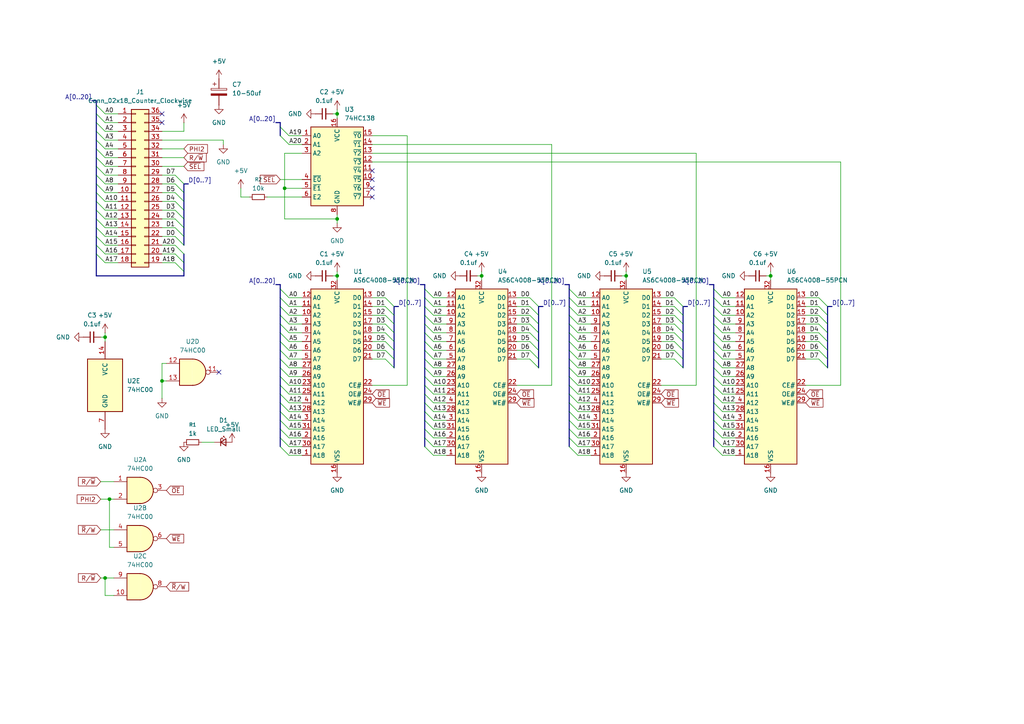
<source format=kicad_sch>
(kicad_sch (version 20250114) (generator "eeschema") (generator_version "9.0")
  (paper "A4")
  (junction (at 46.99 110.49))
  (junction (at 31.75 144.78))
  (junction (at 97.79 80.01))
  (junction (at 97.79 33.02))
  (junction (at 82.55 54.61))
  (junction (at 139.7 80.01))
  (junction (at 30.48 167.64))
  (junction (at 181.61 80.01))
  (junction (at 30.48 97.79))
  (junction (at 97.79 63.5))
  (junction (at 223.52 80.01))
  (no_connect (at 107.95 57.15))
  (no_connect (at 46.99 33.02))
  (no_connect (at 46.99 35.56))
  (no_connect (at 107.95 52.07))
  (no_connect (at 107.95 49.53))
  (no_connect (at 107.95 54.61))
  (no_connect (at 63.5 107.95))
  (bus_entry (at 81.28 114.3) (size 2.54 2.54))
  (bus_entry (at 165.1 88.9) (size 2.54 2.54))
  (bus_entry (at 53.34 78.74) (size -2.54 -2.54))
  (bus_entry (at 198.12 106.68) (size -2.54 -2.54))
  (bus_entry (at 53.34 63.5) (size -2.54 -2.54))
  (bus_entry (at 81.28 111.76) (size 2.54 2.54))
  (bus_entry (at 207.01 109.22) (size 2.54 2.54))
  (bus_entry (at 123.19 91.44) (size 2.54 2.54))
  (bus_entry (at 207.01 83.82) (size 2.54 2.54))
  (bus_entry (at 207.01 127) (size 2.54 2.54))
  (bus_entry (at 165.1 109.22) (size 2.54 2.54))
  (bus_entry (at 81.28 96.52) (size 2.54 2.54))
  (bus_entry (at 207.01 91.44) (size 2.54 2.54))
  (bus_entry (at 27.94 73.66) (size 2.54 2.54))
  (bus_entry (at 156.21 93.98) (size -2.54 -2.54))
  (bus_entry (at 123.19 119.38) (size 2.54 2.54))
  (bus_entry (at 156.21 104.14) (size -2.54 -2.54))
  (bus_entry (at 81.28 39.37) (size 2.54 2.54))
  (bus_entry (at 198.12 93.98) (size -2.54 -2.54))
  (bus_entry (at 207.01 88.9) (size 2.54 2.54))
  (bus_entry (at 165.1 99.06) (size 2.54 2.54))
  (bus_entry (at 165.1 116.84) (size 2.54 2.54))
  (bus_entry (at 27.94 68.58) (size 2.54 2.54))
  (bus_entry (at 165.1 93.98) (size 2.54 2.54))
  (bus_entry (at 53.34 58.42) (size -2.54 -2.54))
  (bus_entry (at 198.12 88.9) (size -2.54 -2.54))
  (bus_entry (at 27.94 50.8) (size 2.54 2.54))
  (bus_entry (at 81.28 93.98) (size 2.54 2.54))
  (bus_entry (at 165.1 111.76) (size 2.54 2.54))
  (bus_entry (at 123.19 93.98) (size 2.54 2.54))
  (bus_entry (at 165.1 104.14) (size 2.54 2.54))
  (bus_entry (at 53.34 68.58) (size -2.54 -2.54))
  (bus_entry (at 27.94 45.72) (size 2.54 2.54))
  (bus_entry (at 81.28 119.38) (size 2.54 2.54))
  (bus_entry (at 207.01 93.98) (size 2.54 2.54))
  (bus_entry (at 81.28 83.82) (size 2.54 2.54))
  (bus_entry (at 114.3 106.68) (size -2.54 -2.54))
  (bus_entry (at 27.94 66.04) (size 2.54 2.54))
  (bus_entry (at 240.03 104.14) (size -2.54 -2.54))
  (bus_entry (at 240.03 96.52) (size -2.54 -2.54))
  (bus_entry (at 207.01 121.92) (size 2.54 2.54))
  (bus_entry (at 53.34 73.66) (size -2.54 -2.54))
  (bus_entry (at 198.12 101.6) (size -2.54 -2.54))
  (bus_entry (at 27.94 60.96) (size 2.54 2.54))
  (bus_entry (at 81.28 124.46) (size 2.54 2.54))
  (bus_entry (at 165.1 91.44) (size 2.54 2.54))
  (bus_entry (at 207.01 104.14) (size 2.54 2.54))
  (bus_entry (at 114.3 96.52) (size -2.54 -2.54))
  (bus_entry (at 27.94 55.88) (size 2.54 2.54))
  (bus_entry (at 114.3 101.6) (size -2.54 -2.54))
  (bus_entry (at 123.19 116.84) (size 2.54 2.54))
  (bus_entry (at 123.19 104.14) (size 2.54 2.54))
  (bus_entry (at 165.1 86.36) (size 2.54 2.54))
  (bus_entry (at 123.19 106.68) (size 2.54 2.54))
  (bus_entry (at 114.3 93.98) (size -2.54 -2.54))
  (bus_entry (at 123.19 86.36) (size 2.54 2.54))
  (bus_entry (at 207.01 116.84) (size 2.54 2.54))
  (bus_entry (at 123.19 88.9) (size 2.54 2.54))
  (bus_entry (at 198.12 99.06) (size -2.54 -2.54))
  (bus_entry (at 165.1 129.54) (size 2.54 2.54))
  (bus_entry (at 198.12 91.44) (size -2.54 -2.54))
  (bus_entry (at 198.12 96.52) (size -2.54 -2.54))
  (bus_entry (at 165.1 124.46) (size 2.54 2.54))
  (bus_entry (at 114.3 88.9) (size -2.54 -2.54))
  (bus_entry (at 240.03 91.44) (size -2.54 -2.54))
  (bus_entry (at 240.03 106.68) (size -2.54 -2.54))
  (bus_entry (at 156.21 96.52) (size -2.54 -2.54))
  (bus_entry (at 114.3 99.06) (size -2.54 -2.54))
  (bus_entry (at 27.94 40.64) (size 2.54 2.54))
  (bus_entry (at 156.21 106.68) (size -2.54 -2.54))
  (bus_entry (at 165.1 127) (size 2.54 2.54))
  (bus_entry (at 27.94 30.48) (size 2.54 2.54))
  (bus_entry (at 123.19 101.6) (size 2.54 2.54))
  (bus_entry (at 165.1 96.52) (size 2.54 2.54))
  (bus_entry (at 81.28 86.36) (size 2.54 2.54))
  (bus_entry (at 53.34 60.96) (size -2.54 -2.54))
  (bus_entry (at 53.34 76.2) (size -2.54 -2.54))
  (bus_entry (at 53.34 53.34) (size -2.54 -2.54))
  (bus_entry (at 53.34 55.88) (size -2.54 -2.54))
  (bus_entry (at 27.94 71.12) (size 2.54 2.54))
  (bus_entry (at 81.28 121.92) (size 2.54 2.54))
  (bus_entry (at 207.01 124.46) (size 2.54 2.54))
  (bus_entry (at 81.28 109.22) (size 2.54 2.54))
  (bus_entry (at 81.28 104.14) (size 2.54 2.54))
  (bus_entry (at 53.34 71.12) (size -2.54 -2.54))
  (bus_entry (at 198.12 104.14) (size -2.54 -2.54))
  (bus_entry (at 240.03 93.98) (size -2.54 -2.54))
  (bus_entry (at 240.03 99.06) (size -2.54 -2.54))
  (bus_entry (at 207.01 114.3) (size 2.54 2.54))
  (bus_entry (at 114.3 91.44) (size -2.54 -2.54))
  (bus_entry (at 207.01 86.36) (size 2.54 2.54))
  (bus_entry (at 240.03 88.9) (size -2.54 -2.54))
  (bus_entry (at 123.19 99.06) (size 2.54 2.54))
  (bus_entry (at 53.34 66.04) (size -2.54 -2.54))
  (bus_entry (at 114.3 104.14) (size -2.54 -2.54))
  (bus_entry (at 27.94 38.1) (size 2.54 2.54))
  (bus_entry (at 123.19 121.92) (size 2.54 2.54))
  (bus_entry (at 165.1 106.68) (size 2.54 2.54))
  (bus_entry (at 156.21 99.06) (size -2.54 -2.54))
  (bus_entry (at 81.28 91.44) (size 2.54 2.54))
  (bus_entry (at 207.01 129.54) (size 2.54 2.54))
  (bus_entry (at 27.94 33.02) (size 2.54 2.54))
  (bus_entry (at 27.94 35.56) (size 2.54 2.54))
  (bus_entry (at 156.21 101.6) (size -2.54 -2.54))
  (bus_entry (at 207.01 111.76) (size 2.54 2.54))
  (bus_entry (at 81.28 101.6) (size 2.54 2.54))
  (bus_entry (at 27.94 63.5) (size 2.54 2.54))
  (bus_entry (at 81.28 127) (size 2.54 2.54))
  (bus_entry (at 207.01 101.6) (size 2.54 2.54))
  (bus_entry (at 207.01 119.38) (size 2.54 2.54))
  (bus_entry (at 207.01 96.52) (size 2.54 2.54))
  (bus_entry (at 123.19 129.54) (size 2.54 2.54))
  (bus_entry (at 81.28 88.9) (size 2.54 2.54))
  (bus_entry (at 165.1 114.3) (size 2.54 2.54))
  (bus_entry (at 123.19 127) (size 2.54 2.54))
  (bus_entry (at 207.01 106.68) (size 2.54 2.54))
  (bus_entry (at 123.19 109.22) (size 2.54 2.54))
  (bus_entry (at 123.19 124.46) (size 2.54 2.54))
  (bus_entry (at 156.21 91.44) (size -2.54 -2.54))
  (bus_entry (at 123.19 96.52) (size 2.54 2.54))
  (bus_entry (at 165.1 121.92) (size 2.54 2.54))
  (bus_entry (at 81.28 99.06) (size 2.54 2.54))
  (bus_entry (at 123.19 83.82) (size 2.54 2.54))
  (bus_entry (at 81.28 116.84) (size 2.54 2.54))
  (bus_entry (at 156.21 88.9) (size -2.54 -2.54))
  (bus_entry (at 81.28 106.68) (size 2.54 2.54))
  (bus_entry (at 27.94 53.34) (size 2.54 2.54))
  (bus_entry (at 123.19 111.76) (size 2.54 2.54))
  (bus_entry (at 27.94 43.18) (size 2.54 2.54))
  (bus_entry (at 165.1 83.82) (size 2.54 2.54))
  (bus_entry (at 240.03 101.6) (size -2.54 -2.54))
  (bus_entry (at 165.1 101.6) (size 2.54 2.54))
  (bus_entry (at 81.28 129.54) (size 2.54 2.54))
  (bus_entry (at 27.94 48.26) (size 2.54 2.54))
  (bus_entry (at 165.1 119.38) (size 2.54 2.54))
  (bus_entry (at 123.19 114.3) (size 2.54 2.54))
  (bus_entry (at 81.28 36.83) (size 2.54 2.54))
  (bus_entry (at 207.01 99.06) (size 2.54 2.54))
  (bus_entry (at 27.94 58.42) (size 2.54 2.54))
  (bus (pts (xy 81.28 99.06) (xy 81.28 101.6)))
  (wire (pts (xy 97.79 64.77) (xy 97.79 63.5)))
  (wire (pts (xy 30.48 50.8) (xy 34.29 50.8)))
  (bus (pts (xy 27.94 43.18) (xy 27.94 45.72)))
  (bus (pts (xy 81.28 39.37) (xy 81.28 36.83)))
  (bus (pts (xy 207.01 124.46) (xy 207.01 127)))
  (wire (pts (xy 50.8 55.88) (xy 46.99 55.88)))
  (wire (pts (xy 83.82 114.3) (xy 87.63 114.3)))
  (bus (pts (xy 123.19 111.76) (xy 123.19 114.3)))
  (bus (pts (xy 207.01 83.82) (xy 207.01 86.36)))
  (wire (pts (xy 30.48 63.5) (xy 34.29 63.5)))
  (wire (pts (xy 209.55 99.06) (xy 213.36 99.06)))
  (wire (pts (xy 46.99 73.66) (xy 50.8 73.66)))
  (bus (pts (xy 81.28 124.46) (xy 81.28 127)))
  (bus (pts (xy 81.28 35.56) (xy 80.01 35.56)))
  (wire (pts (xy 83.82 41.91) (xy 87.63 41.91)))
  (wire (pts (xy 195.58 99.06) (xy 191.77 99.06)))
  (bus (pts (xy 165.1 127) (xy 165.1 129.54)))
  (wire (pts (xy 167.64 86.36) (xy 171.45 86.36)))
  (bus (pts (xy 53.34 66.04) (xy 53.34 63.5)))
  (wire (pts (xy 209.55 109.22) (xy 213.36 109.22)))
  (wire (pts (xy 48.26 105.41) (xy 46.99 105.41)))
  (wire (pts (xy 201.93 44.45) (xy 201.93 111.76)))
  (bus (pts (xy 207.01 88.9) (xy 207.01 91.44)))
  (wire (pts (xy 125.73 104.14) (xy 129.54 104.14)))
  (bus (pts (xy 114.3 106.68) (xy 114.3 104.14)))
  (wire (pts (xy 209.55 111.76) (xy 213.36 111.76)))
  (bus (pts (xy 123.19 99.06) (xy 123.19 101.6)))
  (wire (pts (xy 83.82 132.08) (xy 87.63 132.08)))
  (wire (pts (xy 153.67 91.44) (xy 149.86 91.44)))
  (wire (pts (xy 83.82 88.9) (xy 87.63 88.9)))
  (bus (pts (xy 123.19 96.52) (xy 123.19 99.06)))
  (wire (pts (xy 83.82 129.54) (xy 87.63 129.54)))
  (wire (pts (xy 243.84 111.76) (xy 233.68 111.76)))
  (bus (pts (xy 165.1 101.6) (xy 165.1 104.14)))
  (bus (pts (xy 114.3 99.06) (xy 114.3 96.52)))
  (wire (pts (xy 107.95 39.37) (xy 118.11 39.37)))
  (wire (pts (xy 53.34 48.26) (xy 46.99 48.26)))
  (wire (pts (xy 125.73 86.36) (xy 129.54 86.36)))
  (wire (pts (xy 125.73 93.98) (xy 129.54 93.98)))
  (wire (pts (xy 125.73 124.46) (xy 129.54 124.46)))
  (wire (pts (xy 167.64 114.3) (xy 171.45 114.3)))
  (wire (pts (xy 209.55 93.98) (xy 213.36 93.98)))
  (bus (pts (xy 240.03 106.68) (xy 240.03 104.14)))
  (bus (pts (xy 53.34 78.74) (xy 53.34 80.01)))
  (wire (pts (xy 167.64 121.92) (xy 171.45 121.92)))
  (wire (pts (xy 46.99 115.57) (xy 46.99 110.49)))
  (bus (pts (xy 53.34 73.66) (xy 53.34 76.2)))
  (wire (pts (xy 111.76 96.52) (xy 107.95 96.52)))
  (wire (pts (xy 209.55 96.52) (xy 213.36 96.52)))
  (wire (pts (xy 139.7 80.01) (xy 139.7 81.28)))
  (wire (pts (xy 33.02 158.75) (xy 31.75 158.75)))
  (wire (pts (xy 195.58 101.6) (xy 191.77 101.6)))
  (wire (pts (xy 83.82 121.92) (xy 87.63 121.92)))
  (wire (pts (xy 209.55 116.84) (xy 213.36 116.84)))
  (wire (pts (xy 209.55 127) (xy 213.36 127)))
  (wire (pts (xy 125.73 119.38) (xy 129.54 119.38)))
  (bus (pts (xy 207.01 127) (xy 207.01 129.54)))
  (bus (pts (xy 27.94 38.1) (xy 27.94 40.64)))
  (wire (pts (xy 237.49 93.98) (xy 233.68 93.98)))
  (bus (pts (xy 81.28 104.14) (xy 81.28 106.68)))
  (wire (pts (xy 237.49 91.44) (xy 233.68 91.44)))
  (bus (pts (xy 123.19 104.14) (xy 123.19 106.68)))
  (wire (pts (xy 31.75 144.78) (xy 33.02 144.78)))
  (wire (pts (xy 30.48 35.56) (xy 34.29 35.56)))
  (bus (pts (xy 123.19 106.68) (xy 123.19 109.22)))
  (bus (pts (xy 81.28 83.82) (xy 81.28 82.55)))
  (wire (pts (xy 69.85 57.15) (xy 72.39 57.15)))
  (bus (pts (xy 207.01 104.14) (xy 207.01 106.68)))
  (bus (pts (xy 207.01 111.76) (xy 207.01 114.3)))
  (bus (pts (xy 156.21 106.68) (xy 156.21 104.14)))
  (wire (pts (xy 82.55 54.61) (xy 82.55 44.45)))
  (wire (pts (xy 118.11 39.37) (xy 118.11 111.76)))
  (wire (pts (xy 83.82 39.37) (xy 87.63 39.37)))
  (wire (pts (xy 30.48 60.96) (xy 34.29 60.96)))
  (bus (pts (xy 240.03 93.98) (xy 240.03 91.44)))
  (bus (pts (xy 165.1 114.3) (xy 165.1 116.84)))
  (wire (pts (xy 125.73 127) (xy 129.54 127)))
  (wire (pts (xy 167.64 127) (xy 171.45 127)))
  (wire (pts (xy 167.64 99.06) (xy 171.45 99.06)))
  (wire (pts (xy 107.95 46.99) (xy 243.84 46.99)))
  (bus (pts (xy 81.28 121.92) (xy 81.28 124.46)))
  (wire (pts (xy 83.82 124.46) (xy 87.63 124.46)))
  (wire (pts (xy 83.82 127) (xy 87.63 127)))
  (bus (pts (xy 114.3 104.14) (xy 114.3 101.6)))
  (bus (pts (xy 81.28 116.84) (xy 81.28 119.38)))
  (bus (pts (xy 53.34 58.42) (xy 53.34 55.88)))
  (bus (pts (xy 27.94 63.5) (xy 27.94 66.04)))
  (bus (pts (xy 240.03 99.06) (xy 240.03 96.52)))
  (bus (pts (xy 27.94 33.02) (xy 27.94 35.56)))
  (bus (pts (xy 207.01 109.22) (xy 207.01 111.76)))
  (bus (pts (xy 207.01 96.52) (xy 207.01 99.06)))
  (wire (pts (xy 237.49 101.6) (xy 233.68 101.6)))
  (bus (pts (xy 27.94 71.12) (xy 27.94 73.66)))
  (bus (pts (xy 81.28 91.44) (xy 81.28 93.98)))
  (bus (pts (xy 81.28 106.68) (xy 81.28 109.22)))
  (wire (pts (xy 83.82 111.76) (xy 87.63 111.76)))
  (wire (pts (xy 30.48 45.72) (xy 34.29 45.72)))
  (bus (pts (xy 27.94 58.42) (xy 27.94 60.96)))
  (wire (pts (xy 50.8 71.12) (xy 46.99 71.12)))
  (wire (pts (xy 50.8 63.5) (xy 46.99 63.5)))
  (bus (pts (xy 53.34 68.58) (xy 53.34 66.04)))
  (bus (pts (xy 27.94 40.64) (xy 27.94 43.18)))
  (wire (pts (xy 237.49 86.36) (xy 233.68 86.36)))
  (wire (pts (xy 195.58 86.36) (xy 191.77 86.36)))
  (bus (pts (xy 27.94 60.96) (xy 27.94 63.5)))
  (bus (pts (xy 123.19 93.98) (xy 123.19 96.52)))
  (bus (pts (xy 114.3 88.9) (xy 115.57 88.9)))
  (bus (pts (xy 198.12 96.52) (xy 198.12 93.98)))
  (wire (pts (xy 29.21 144.78) (xy 31.75 144.78)))
  (wire (pts (xy 125.73 101.6) (xy 129.54 101.6)))
  (wire (pts (xy 167.64 96.52) (xy 171.45 96.52)))
  (wire (pts (xy 195.58 88.9) (xy 191.77 88.9)))
  (wire (pts (xy 209.55 132.08) (xy 213.36 132.08)))
  (wire (pts (xy 111.76 99.06) (xy 107.95 99.06)))
  (bus (pts (xy 27.94 35.56) (xy 27.94 38.1)))
  (wire (pts (xy 243.84 46.99) (xy 243.84 111.76)))
  (bus (pts (xy 81.28 109.22) (xy 81.28 111.76)))
  (bus (pts (xy 123.19 83.82) (xy 123.19 82.55)))
  (wire (pts (xy 30.48 96.52) (xy 30.48 97.79)))
  (wire (pts (xy 125.73 121.92) (xy 129.54 121.92)))
  (wire (pts (xy 167.64 93.98) (xy 171.45 93.98)))
  (bus (pts (xy 27.94 45.72) (xy 27.94 48.26)))
  (bus (pts (xy 27.94 68.58) (xy 27.94 71.12)))
  (bus (pts (xy 53.34 63.5) (xy 53.34 60.96)))
  (bus (pts (xy 156.21 88.9) (xy 157.48 88.9)))
  (wire (pts (xy 160.02 111.76) (xy 149.86 111.76)))
  (bus (pts (xy 165.1 96.52) (xy 165.1 99.06)))
  (wire (pts (xy 30.48 68.58) (xy 34.29 68.58)))
  (wire (pts (xy 46.99 38.1) (xy 53.34 38.1)))
  (wire (pts (xy 167.64 116.84) (xy 171.45 116.84)))
  (wire (pts (xy 138.43 80.01) (xy 139.7 80.01)))
  (bus (pts (xy 53.34 60.96) (xy 53.34 58.42)))
  (bus (pts (xy 240.03 91.44) (xy 240.03 88.9)))
  (wire (pts (xy 69.85 54.61) (xy 69.85 57.15)))
  (wire (pts (xy 209.55 88.9) (xy 213.36 88.9)))
  (wire (pts (xy 83.82 104.14) (xy 87.63 104.14)))
  (wire (pts (xy 111.76 101.6) (xy 107.95 101.6)))
  (wire (pts (xy 97.79 33.02) (xy 97.79 34.29)))
  (bus (pts (xy 81.28 36.83) (xy 81.28 35.56)))
  (wire (pts (xy 209.55 104.14) (xy 213.36 104.14)))
  (wire (pts (xy 83.82 109.22) (xy 87.63 109.22)))
  (wire (pts (xy 181.61 80.01) (xy 181.61 81.28)))
  (bus (pts (xy 165.1 91.44) (xy 165.1 93.98)))
  (wire (pts (xy 195.58 91.44) (xy 191.77 91.44)))
  (bus (pts (xy 123.19 88.9) (xy 123.19 91.44)))
  (wire (pts (xy 83.82 101.6) (xy 87.63 101.6)))
  (bus (pts (xy 207.01 119.38) (xy 207.01 121.92)))
  (wire (pts (xy 97.79 78.74) (xy 97.79 80.01)))
  (wire (pts (xy 82.55 44.45) (xy 87.63 44.45)))
  (wire (pts (xy 153.67 96.52) (xy 149.86 96.52)))
  (wire (pts (xy 209.55 129.54) (xy 213.36 129.54)))
  (bus (pts (xy 81.28 127) (xy 81.28 129.54)))
  (wire (pts (xy 30.48 53.34) (xy 34.29 53.34)))
  (bus (pts (xy 81.28 88.9) (xy 81.28 91.44)))
  (bus (pts (xy 123.19 82.55) (xy 121.92 82.55)))
  (wire (pts (xy 125.73 114.3) (xy 129.54 114.3)))
  (bus (pts (xy 240.03 104.14) (xy 240.03 101.6)))
  (bus (pts (xy 27.94 29.21) (xy 26.67 29.21)))
  (wire (pts (xy 83.82 96.52) (xy 87.63 96.52)))
  (bus (pts (xy 156.21 96.52) (xy 156.21 93.98)))
  (bus (pts (xy 240.03 88.9) (xy 241.3 88.9)))
  (bus (pts (xy 123.19 127) (xy 123.19 129.54)))
  (bus (pts (xy 198.12 91.44) (xy 198.12 88.9)))
  (wire (pts (xy 195.58 104.14) (xy 191.77 104.14)))
  (bus (pts (xy 156.21 91.44) (xy 156.21 88.9)))
  (wire (pts (xy 46.99 43.18) (xy 53.34 43.18)))
  (wire (pts (xy 33.02 172.72) (xy 30.48 172.72)))
  (wire (pts (xy 153.67 104.14) (xy 149.86 104.14)))
  (bus (pts (xy 123.19 114.3) (xy 123.19 116.84)))
  (wire (pts (xy 209.55 124.46) (xy 213.36 124.46)))
  (wire (pts (xy 167.64 88.9) (xy 171.45 88.9)))
  (bus (pts (xy 207.01 93.98) (xy 207.01 96.52)))
  (wire (pts (xy 111.76 91.44) (xy 107.95 91.44)))
  (wire (pts (xy 30.48 73.66) (xy 34.29 73.66)))
  (wire (pts (xy 167.64 132.08) (xy 171.45 132.08)))
  (bus (pts (xy 123.19 119.38) (xy 123.19 121.92)))
  (bus (pts (xy 207.01 86.36) (xy 207.01 88.9)))
  (wire (pts (xy 125.73 96.52) (xy 129.54 96.52)))
  (wire (pts (xy 167.64 101.6) (xy 171.45 101.6)))
  (bus (pts (xy 81.28 82.55) (xy 80.01 82.55)))
  (wire (pts (xy 111.76 104.14) (xy 107.95 104.14)))
  (bus (pts (xy 156.21 93.98) (xy 156.21 91.44)))
  (wire (pts (xy 222.25 80.01) (xy 223.52 80.01)))
  (wire (pts (xy 167.64 109.22) (xy 171.45 109.22)))
  (wire (pts (xy 167.64 111.76) (xy 171.45 111.76)))
  (wire (pts (xy 50.8 50.8) (xy 46.99 50.8)))
  (wire (pts (xy 167.64 119.38) (xy 171.45 119.38)))
  (wire (pts (xy 153.67 93.98) (xy 149.86 93.98)))
  (wire (pts (xy 107.95 44.45) (xy 201.93 44.45)))
  (wire (pts (xy 125.73 116.84) (xy 129.54 116.84)))
  (bus (pts (xy 81.28 119.38) (xy 81.28 121.92)))
  (wire (pts (xy 107.95 41.91) (xy 160.02 41.91)))
  (bus (pts (xy 165.1 121.92) (xy 165.1 124.46)))
  (bus (pts (xy 198.12 88.9) (xy 199.39 88.9)))
  (bus (pts (xy 81.28 101.6) (xy 81.28 104.14)))
  (bus (pts (xy 53.34 76.2) (xy 53.34 78.74)))
  (wire (pts (xy 118.11 111.76) (xy 107.95 111.76)))
  (bus (pts (xy 207.01 121.92) (xy 207.01 124.46)))
  (wire (pts (xy 82.55 63.5) (xy 97.79 63.5)))
  (wire (pts (xy 81.28 52.07) (xy 87.63 52.07)))
  (wire (pts (xy 30.48 66.04) (xy 34.29 66.04)))
  (wire (pts (xy 167.64 104.14) (xy 171.45 104.14)))
  (wire (pts (xy 125.73 99.06) (xy 129.54 99.06)))
  (wire (pts (xy 30.48 40.64) (xy 34.29 40.64)))
  (bus (pts (xy 207.01 101.6) (xy 207.01 104.14)))
  (wire (pts (xy 30.48 97.79) (xy 30.48 99.06)))
  (wire (pts (xy 50.8 58.42) (xy 46.99 58.42)))
  (bus (pts (xy 165.1 119.38) (xy 165.1 121.92)))
  (bus (pts (xy 123.19 116.84) (xy 123.19 119.38)))
  (bus (pts (xy 198.12 104.14) (xy 198.12 101.6)))
  (bus (pts (xy 165.1 99.06) (xy 165.1 101.6)))
  (bus (pts (xy 165.1 88.9) (xy 165.1 91.44)))
  (wire (pts (xy 237.49 88.9) (xy 233.68 88.9)))
  (bus (pts (xy 198.12 101.6) (xy 198.12 99.06)))
  (wire (pts (xy 96.52 33.02) (xy 97.79 33.02)))
  (wire (pts (xy 64.77 40.64) (xy 64.77 41.91)))
  (wire (pts (xy 209.55 86.36) (xy 213.36 86.36)))
  (bus (pts (xy 198.12 106.68) (xy 198.12 104.14)))
  (wire (pts (xy 125.73 129.54) (xy 129.54 129.54)))
  (wire (pts (xy 237.49 104.14) (xy 233.68 104.14)))
  (bus (pts (xy 114.3 91.44) (xy 114.3 88.9)))
  (wire (pts (xy 125.73 91.44) (xy 129.54 91.44)))
  (wire (pts (xy 97.79 31.75) (xy 97.79 33.02)))
  (wire (pts (xy 167.64 129.54) (xy 171.45 129.54)))
  (wire (pts (xy 125.73 132.08) (xy 129.54 132.08)))
  (wire (pts (xy 83.82 86.36) (xy 87.63 86.36)))
  (bus (pts (xy 81.28 96.52) (xy 81.28 99.06)))
  (bus (pts (xy 53.34 53.34) (xy 54.61 53.34)))
  (bus (pts (xy 165.1 116.84) (xy 165.1 119.38)))
  (bus (pts (xy 27.94 66.04) (xy 27.94 68.58)))
  (wire (pts (xy 125.73 109.22) (xy 129.54 109.22)))
  (wire (pts (xy 30.48 76.2) (xy 34.29 76.2)))
  (bus (pts (xy 165.1 83.82) (xy 165.1 82.55)))
  (bus (pts (xy 123.19 124.46) (xy 123.19 127)))
  (wire (pts (xy 46.99 40.64) (xy 64.77 40.64)))
  (bus (pts (xy 81.28 86.36) (xy 81.28 88.9)))
  (bus (pts (xy 123.19 91.44) (xy 123.19 93.98)))
  (bus (pts (xy 207.01 99.06) (xy 207.01 101.6)))
  (bus (pts (xy 165.1 93.98) (xy 165.1 96.52)))
  (bus (pts (xy 27.94 80.01) (xy 53.34 80.01)))
  (wire (pts (xy 167.64 124.46) (xy 171.45 124.46)))
  (bus (pts (xy 240.03 96.52) (xy 240.03 93.98)))
  (wire (pts (xy 153.67 101.6) (xy 149.86 101.6)))
  (wire (pts (xy 46.99 45.72) (xy 53.34 45.72)))
  (wire (pts (xy 125.73 106.68) (xy 129.54 106.68)))
  (wire (pts (xy 58.42 128.27) (xy 62.23 128.27)))
  (wire (pts (xy 223.52 80.01) (xy 223.52 81.28)))
  (wire (pts (xy 30.48 172.72) (xy 30.48 167.64)))
  (bus (pts (xy 207.01 114.3) (xy 207.01 116.84)))
  (wire (pts (xy 180.34 80.01) (xy 181.61 80.01)))
  (bus (pts (xy 123.19 83.82) (xy 123.19 86.36)))
  (wire (pts (xy 30.48 71.12) (xy 34.29 71.12)))
  (wire (pts (xy 50.8 76.2) (xy 46.99 76.2)))
  (wire (pts (xy 77.47 57.15) (xy 87.63 57.15)))
  (bus (pts (xy 165.1 124.46) (xy 165.1 127)))
  (wire (pts (xy 30.48 38.1) (xy 34.29 38.1)))
  (wire (pts (xy 30.48 167.64) (xy 33.02 167.64)))
  (wire (pts (xy 209.55 114.3) (xy 213.36 114.3)))
  (wire (pts (xy 209.55 91.44) (xy 213.36 91.44)))
  (wire (pts (xy 30.48 55.88) (xy 34.29 55.88)))
  (bus (pts (xy 27.94 53.34) (xy 27.94 55.88)))
  (bus (pts (xy 165.1 109.22) (xy 165.1 111.76)))
  (wire (pts (xy 82.55 54.61) (xy 82.55 63.5)))
  (bus (pts (xy 207.01 83.82) (xy 207.01 82.55)))
  (wire (pts (xy 30.48 48.26) (xy 34.29 48.26)))
  (bus (pts (xy 27.94 73.66) (xy 27.94 80.01)))
  (bus (pts (xy 123.19 101.6) (xy 123.19 104.14)))
  (wire (pts (xy 50.8 66.04) (xy 46.99 66.04)))
  (bus (pts (xy 165.1 86.36) (xy 165.1 88.9)))
  (bus (pts (xy 53.34 71.12) (xy 53.34 68.58)))
  (wire (pts (xy 125.73 111.76) (xy 129.54 111.76)))
  (bus (pts (xy 81.28 114.3) (xy 81.28 116.84)))
  (wire (pts (xy 139.7 78.74) (xy 139.7 80.01)))
  (wire (pts (xy 29.21 97.79) (xy 30.48 97.79)))
  (bus (pts (xy 81.28 111.76) (xy 81.28 114.3)))
  (wire (pts (xy 29.21 139.7) (xy 33.02 139.7)))
  (bus (pts (xy 123.19 109.22) (xy 123.19 111.76)))
  (bus (pts (xy 53.34 55.88) (xy 53.34 53.34)))
  (bus (pts (xy 156.21 101.6) (xy 156.21 99.06)))
  (bus (pts (xy 198.12 99.06) (xy 198.12 96.52)))
  (wire (pts (xy 201.93 111.76) (xy 191.77 111.76)))
  (wire (pts (xy 209.55 119.38) (xy 213.36 119.38)))
  (wire (pts (xy 111.76 88.9) (xy 107.95 88.9)))
  (wire (pts (xy 209.55 101.6) (xy 213.36 101.6)))
  (wire (pts (xy 53.34 38.1) (xy 53.34 35.56)))
  (bus (pts (xy 165.1 104.14) (xy 165.1 106.68)))
  (wire (pts (xy 111.76 93.98) (xy 107.95 93.98)))
  (bus (pts (xy 165.1 106.68) (xy 165.1 109.22)))
  (wire (pts (xy 30.48 58.42) (xy 34.29 58.42)))
  (bus (pts (xy 81.28 83.82) (xy 81.28 86.36)))
  (wire (pts (xy 223.52 78.74) (xy 223.52 80.01)))
  (bus (pts (xy 165.1 83.82) (xy 165.1 86.36)))
  (wire (pts (xy 153.67 86.36) (xy 149.86 86.36)))
  (wire (pts (xy 209.55 121.92) (xy 213.36 121.92)))
  (bus (pts (xy 27.94 50.8) (xy 27.94 53.34)))
  (wire (pts (xy 50.8 53.34) (xy 46.99 53.34)))
  (bus (pts (xy 114.3 93.98) (xy 114.3 91.44)))
  (wire (pts (xy 195.58 96.52) (xy 191.77 96.52)))
  (wire (pts (xy 181.61 78.74) (xy 181.61 80.01)))
  (bus (pts (xy 165.1 82.55) (xy 163.83 82.55)))
  (wire (pts (xy 237.49 99.06) (xy 233.68 99.06)))
  (bus (pts (xy 165.1 111.76) (xy 165.1 114.3)))
  (wire (pts (xy 209.55 106.68) (xy 213.36 106.68)))
  (wire (pts (xy 30.48 33.02) (xy 34.29 33.02)))
  (bus (pts (xy 27.94 30.48) (xy 27.94 33.02)))
  (wire (pts (xy 97.79 63.5) (xy 97.79 62.23)))
  (wire (pts (xy 46.99 110.49) (xy 48.26 110.49)))
  (bus (pts (xy 207.01 91.44) (xy 207.01 93.98)))
  (wire (pts (xy 30.48 43.18) (xy 34.29 43.18)))
  (bus (pts (xy 207.01 106.68) (xy 207.01 109.22)))
  (wire (pts (xy 97.79 80.01) (xy 97.79 81.28)))
  (wire (pts (xy 83.82 99.06) (xy 87.63 99.06)))
  (wire (pts (xy 50.8 68.58) (xy 46.99 68.58)))
  (wire (pts (xy 111.76 86.36) (xy 107.95 86.36)))
  (wire (pts (xy 46.99 105.41) (xy 46.99 110.49)))
  (wire (pts (xy 167.64 91.44) (xy 171.45 91.44)))
  (wire (pts (xy 237.49 96.52) (xy 233.68 96.52)))
  (wire (pts (xy 96.52 80.01) (xy 97.79 80.01)))
  (wire (pts (xy 83.82 119.38) (xy 87.63 119.38)))
  (bus (pts (xy 198.12 93.98) (xy 198.12 91.44)))
  (bus (pts (xy 156.21 99.06) (xy 156.21 96.52)))
  (wire (pts (xy 83.82 106.68) (xy 87.63 106.68)))
  (bus (pts (xy 123.19 121.92) (xy 123.19 124.46)))
  (bus (pts (xy 27.94 48.26) (xy 27.94 50.8)))
  (bus (pts (xy 114.3 101.6) (xy 114.3 99.06)))
  (bus (pts (xy 240.03 101.6) (xy 240.03 99.06)))
  (wire (pts (xy 29.21 167.64) (xy 30.48 167.64)))
  (bus (pts (xy 27.94 55.88) (xy 27.94 58.42)))
  (bus (pts (xy 123.19 86.36) (xy 123.19 88.9)))
  (wire (pts (xy 29.21 153.67) (xy 33.02 153.67)))
  (bus (pts (xy 114.3 96.52) (xy 114.3 93.98)))
  (bus (pts (xy 207.01 116.84) (xy 207.01 119.38)))
  (wire (pts (xy 50.8 60.96) (xy 46.99 60.96)))
  (wire (pts (xy 153.67 99.06) (xy 149.86 99.06)))
  (wire (pts (xy 153.67 88.9) (xy 149.86 88.9)))
  (wire (pts (xy 83.82 93.98) (xy 87.63 93.98)))
  (wire (pts (xy 160.02 41.91) (xy 160.02 111.76)))
  (bus (pts (xy 156.21 104.14) (xy 156.21 101.6)))
  (wire (pts (xy 83.82 91.44) (xy 87.63 91.44)))
  (wire (pts (xy 83.82 116.84) (xy 87.63 116.84)))
  (bus (pts (xy 27.94 30.48) (xy 27.94 29.21)))
  (wire (pts (xy 167.64 106.68) (xy 171.45 106.68)))
  (wire (pts (xy 87.63 54.61) (xy 82.55 54.61)))
  (wire (pts (xy 195.58 93.98) (xy 191.77 93.98)))
  (bus (pts (xy 81.28 93.98) (xy 81.28 96.52)))
  (wire (pts (xy 125.73 88.9) (xy 129.54 88.9)))
  (bus (pts (xy 207.01 82.55) (xy 205.74 82.55)))
  (wire (pts (xy 31.75 158.75) (xy 31.75 144.78)))
  (label "D2" (at 237.49 91.44 180))
  (label "A5" (at 30.48 45.72 0))
  (label "A1" (at 125.73 88.9 0))
  (label "D7" (at 237.49 104.14 180))
  (label "A18" (at 125.73 132.08 0))
  (label "A18" (at 50.8 76.2 180))
  (label "A3" (at 167.64 93.98 0))
  (label "D0" (at 195.58 86.36 180))
  (label "D6" (at 237.49 101.6 180))
  (label "A3" (at 209.55 93.98 0))
  (label "A9" (at 83.82 109.22 0))
  (label "A15" (at 167.64 124.46 0))
  (label "A20" (at 50.8 71.12 180))
  (label "D3" (at 111.76 93.98 180))
  (label "A1" (at 167.64 88.9 0))
  (label "A[0..20]" (at 80.01 35.56 180))
  (label "D1" (at 237.49 88.9 180))
  (label "A8" (at 30.48 53.34 0))
  (label "A5" (at 125.73 99.06 0))
  (label "A3" (at 125.73 93.98 0))
  (label "D[0..7]" (at 157.48 88.9 0))
  (label "A6" (at 125.73 101.6 0))
  (label "A10" (at 30.48 58.42 0))
  (label "A20" (at 83.82 41.91 0))
  (label "D5" (at 153.67 99.06 180))
  (label "D0" (at 50.8 68.58 180))
  (label "A7" (at 209.55 104.14 0))
  (label "A5" (at 209.55 99.06 0))
  (label "A17" (at 125.73 129.54 0))
  (label "D5" (at 50.8 55.88 180))
  (label "A6" (at 30.48 48.26 0))
  (label "D4" (at 195.58 96.52 180))
  (label "A11" (at 125.73 114.3 0))
  (label "A0" (at 209.55 86.36 0))
  (label "A4" (at 209.55 96.52 0))
  (label "D5" (at 195.58 99.06 180))
  (label "A4" (at 83.82 96.52 0))
  (label "A5" (at 167.64 99.06 0))
  (label "A3" (at 83.82 93.98 0))
  (label "A9" (at 209.55 109.22 0))
  (label "A16" (at 83.82 127 0))
  (label "A10" (at 167.64 111.76 0))
  (label "A11" (at 167.64 114.3 0))
  (label "D3" (at 195.58 93.98 180))
  (label "A9" (at 125.73 109.22 0))
  (label "D1" (at 50.8 66.04 180))
  (label "A15" (at 209.55 124.46 0))
  (label "A15" (at 30.48 71.12 0))
  (label "A7" (at 167.64 104.14 0))
  (label "A4" (at 30.48 43.18 0))
  (label "A12" (at 30.48 63.5 0))
  (label "D[0..7]" (at 54.61 53.34 0))
  (label "A8" (at 125.73 106.68 0))
  (label "A2" (at 167.64 91.44 0))
  (label "D2" (at 50.8 63.5 180))
  (label "D0" (at 153.67 86.36 180))
  (label "A13" (at 167.64 119.38 0))
  (label "A16" (at 209.55 127 0))
  (label "D0" (at 237.49 86.36 180))
  (label "A12" (at 209.55 116.84 0))
  (label "A2" (at 125.73 91.44 0))
  (label "A15" (at 83.82 124.46 0))
  (label "A14" (at 167.64 121.92 0))
  (label "D2" (at 153.67 91.44 180))
  (label "A13" (at 209.55 119.38 0))
  (label "A18" (at 167.64 132.08 0))
  (label "D4" (at 50.8 58.42 180))
  (label "A11" (at 30.48 60.96 0))
  (label "A1" (at 83.82 88.9 0))
  (label "D6" (at 111.76 101.6 180))
  (label "A0" (at 125.73 86.36 0))
  (label "D[0..7]" (at 199.39 88.9 0))
  (label "D3" (at 50.8 60.96 180))
  (label "A3" (at 30.48 40.64 0))
  (label "A15" (at 125.73 124.46 0))
  (label "D5" (at 237.49 99.06 180))
  (label "A[0..20]" (at 80.01 82.55 180))
  (label "A2" (at 30.48 38.1 0))
  (label "A6" (at 209.55 101.6 0))
  (label "A8" (at 83.82 106.68 0))
  (label "A[0..20]" (at 205.74 82.55 180))
  (label "A[0..20]" (at 121.92 82.55 180))
  (label "A8" (at 209.55 106.68 0))
  (label "D[0..7]" (at 241.3 88.9 0))
  (label "D6" (at 153.67 101.6 180))
  (label "A1" (at 30.48 35.56 0))
  (label "D1" (at 153.67 88.9 180))
  (label "A19" (at 50.8 73.66 180))
  (label "D7" (at 50.8 50.8 180))
  (label "D7" (at 195.58 104.14 180))
  (label "A0" (at 30.48 33.02 0))
  (label "A12" (at 83.82 116.84 0))
  (label "A14" (at 209.55 121.92 0))
  (label "A2" (at 83.82 91.44 0))
  (label "A5" (at 83.82 99.06 0))
  (label "D3" (at 237.49 93.98 180))
  (label "A16" (at 125.73 127 0))
  (label "D1" (at 111.76 88.9 180))
  (label "A7" (at 30.48 50.8 0))
  (label "A6" (at 83.82 101.6 0))
  (label "A9" (at 167.64 109.22 0))
  (label "D4" (at 111.76 96.52 180))
  (label "D6" (at 50.8 53.34 180))
  (label "A16" (at 30.48 73.66 0))
  (label "A13" (at 125.73 119.38 0))
  (label "A11" (at 83.82 114.3 0))
  (label "A10" (at 209.55 111.76 0))
  (label "A8" (at 167.64 106.68 0))
  (label "A9" (at 30.48 55.88 0))
  (label "A4" (at 125.73 96.52 0))
  (label "A1" (at 209.55 88.9 0))
  (label "A2" (at 209.55 91.44 0))
  (label "A13" (at 30.48 66.04 0))
  (label "A12" (at 167.64 116.84 0))
  (label "A0" (at 83.82 86.36 0))
  (label "A13" (at 83.82 119.38 0))
  (label "A0" (at 167.64 86.36 0))
  (label "A10" (at 83.82 111.76 0))
  (label "A17" (at 83.82 129.54 0))
  (label "A18" (at 209.55 132.08 0))
  (label "A[0..20]" (at 163.83 82.55 180))
  (label "D5" (at 111.76 99.06 180))
  (label "A6" (at 167.64 101.6 0))
  (label "A17" (at 30.48 76.2 0))
  (label "A14" (at 83.82 121.92 0))
  (label "D6" (at 195.58 101.6 180))
  (label "D2" (at 111.76 91.44 180))
  (label "D7" (at 153.67 104.14 180))
  (label "A10" (at 125.73 111.76 0))
  (label "D1" (at 195.58 88.9 180))
  (label "A14" (at 125.73 121.92 0))
  (label "D[0..7]" (at 115.57 88.9 0))
  (label "A11" (at 209.55 114.3 0))
  (label "D4" (at 237.49 96.52 180))
  (label "D7" (at 111.76 104.14 180))
  (label "D0" (at 111.76 86.36 180))
  (label "A18" (at 83.82 132.08 0))
  (label "A17" (at 209.55 129.54 0))
  (label "A14" (at 30.48 68.58 0))
  (label "D3" (at 153.67 93.98 180))
  (label "A[0..20]" (at 26.67 29.21 180))
  (label "A19" (at 83.82 39.37 0))
  (label "D4" (at 153.67 96.52 180))
  (label "A7" (at 83.82 104.14 0))
  (label "A17" (at 167.64 129.54 0))
  (label "A4" (at 167.64 96.52 0))
  (label "A7" (at 125.73 104.14 0))
  (label "D2" (at 195.58 91.44 180))
  (label "A12" (at 125.73 116.84 0))
  (label "A16" (at 167.64 127 0))
  (global_label "~{WE}" (shape input) (at 48.26 156.21 0) (property "Intersheetrefs" "${INTERSHEET_REFS}" (effects (hide yes))))
  (global_label "~{SEL}" (shape input) (at 81.28 52.07 180) (property "Intersheetrefs" "${INTERSHEET_REFS}" (effects (hide yes))))
  (global_label "~{WE}" (shape input) (at 233.68 116.84 0) (property "Intersheetrefs" "${INTERSHEET_REFS}" (effects (hide yes))))
  (global_label "~{SEL}" (shape input) (at 53.34 48.26 0) (property "Intersheetrefs" "${INTERSHEET_REFS}" (effects (hide yes))))
  (global_label "R{slash}~{W}" (shape input) (at 29.21 139.7 180) (property "Intersheetrefs" "${INTERSHEET_REFS}" (effects (hide yes))))
  (global_label "~{OE}" (shape input) (at 149.86 114.3 0) (property "Intersheetrefs" "${INTERSHEET_REFS}" (effects (hide yes))))
  (global_label "~{WE}" (shape input) (at 191.77 116.84 0) (property "Intersheetrefs" "${INTERSHEET_REFS}" (effects (hide yes))))
  (global_label "~{OE}" (shape input) (at 191.77 114.3 0) (property "Intersheetrefs" "${INTERSHEET_REFS}" (effects (hide yes))))
  (global_label "~{R}{slash}W" (shape input) (at 29.21 153.67 180) (property "Intersheetrefs" "${INTERSHEET_REFS}" (effects (hide yes))))
  (global_label "~{WE}" (shape input) (at 149.86 116.84 0) (property "Intersheetrefs" "${INTERSHEET_REFS}" (effects (hide yes))))
  (global_label "~{OE}" (shape input) (at 107.95 114.3 0) (property "Intersheetrefs" "${INTERSHEET_REFS}" (effects (hide yes))))
  (global_label "~{OE}" (shape input) (at 233.68 114.3 0) (property "Intersheetrefs" "${INTERSHEET_REFS}" (effects (hide yes))))
  (global_label "R{slash}~{W}" (shape input) (at 29.21 167.64 180) (property "Intersheetrefs" "${INTERSHEET_REFS}" (effects (hide yes))))
  (global_label "R{slash}~{W}" (shape input) (at 53.34 45.72 0) (property "Intersheetrefs" "${INTERSHEET_REFS}" (effects (hide yes))))
  (global_label "PHI2" (shape input) (at 53.34 43.18 0) (property "Intersheetrefs" "${INTERSHEET_REFS}" (effects (hide yes))))
  (global_label "~{OE}" (shape input) (at 48.26 142.24 0) (property "Intersheetrefs" "${INTERSHEET_REFS}" (effects (hide yes))))
  (global_label "PHI2" (shape input) (at 29.21 144.78 180) (property "Intersheetrefs" "${INTERSHEET_REFS}" (effects (hide yes))))
  (global_label "~{WE}" (shape input) (at 107.95 116.84 0) (property "Intersheetrefs" "${INTERSHEET_REFS}" (effects (hide yes))))
  (global_label "~{R}{slash}W" (shape input) (at 48.26 170.18 0) (property "Intersheetrefs" "${INTERSHEET_REFS}" (effects (hide yes))))
  (symbol (lib_id "power:GND") (at 91.44 33.02 270) (unit 1)
    (property "Reference" "#PWR06" (effects (hide yes)))
    (property "Value" "GND" (at 87.63 33.0199 90) (effects (justify right)))
    (property "Description" "Power symbol creates a global label with name \"GND\" , ground" (effects (hide yes)))
  )
  (symbol (lib_id "power:GND") (at 181.61 137.16 0) (unit 1)
    (property "Reference" "#PWR019" (effects (hide yes)))
    (property "Value" "GND" (at 181.61 142.24 0))
    (property "Description" "Power symbol creates a global label with name \"GND\" , ground" (effects (hide yes)))
  )
  (symbol (lib_id "power:+5V") (at 223.52 78.74 0) (unit 1)
    (property "Reference" "#PWR021" (effects (hide yes)))
    (property "Value" "+5V" (at 223.52 73.66 0))
    (property "Description" "Power symbol creates a global label with name \"+5V\"" (effects (hide yes)))
  )
  (symbol (lib_id "Device:R_Small") (at 55.88 128.27 90) (unit 1)
    (property "Reference" "R1" (at 55.88 123.19 90) (effects (font (size 1.016 1.016))))
    (property "Value" "1k" (at 55.88 125.73 90))
    (property "Footprint" "Resistor_THT:R_Axial_DIN0204_L3.6mm_D1.6mm_P5.08mm_Horizontal" (effects (hide yes)))
    (property "Description" "Resistor, small symbol" (effects (hide yes)))
  )
  (symbol (lib_id "power:GND") (at 53.34 128.27 0) (unit 1)
    (property "Reference" "#PWR023" (effects (hide yes)))
    (property "Value" "GND" (at 53.34 133.35 0))
    (property "Description" "Power symbol creates a global label with name \"GND\" , ground" (effects (hide yes)))
  )
  (symbol (lib_id "power:+5V") (at 53.34 35.56 0) (unit 1)
    (property "Reference" "#PWR01" (effects (hide yes)))
    (property "Value" "+5V" (at 53.34 30.48 0))
    (property "Description" "Power symbol creates a global label with name \"+5V\"" (effects (hide yes)))
  )
  (symbol (lib_id "power:+5V") (at 69.85 54.61 0) (unit 1)
    (property "Reference" "#PWR012" (effects (hide yes)))
    (property "Value" "+5V" (at 69.85 49.53 0))
    (property "Description" "Power symbol creates a global label with name \"+5V\"" (effects (hide yes)))
  )
  (symbol (lib_id "Device:C_Small") (at 26.67 97.79 90) (unit 1)
    (property "Reference" "C3" (at 26.6763 91.44 90))
    (property "Value" "0.1uf" (at 26.6763 93.98 90))
    (property "Footprint" "Capacitor_THT:C_Disc_D5.0mm_W2.5mm_P5.00mm" (effects (hide yes)))
    (property "Description" "Unpolarized capacitor, small symbol" (effects (hide yes)))
  )
  (symbol (lib_id "74xx:74HC00") (at 40.64 170.18 0) (unit 3)
    (property "Reference" "U2" (at 40.6317 161.29 0))
    (property "Value" "74HC00" (at 40.6317 163.83 0))
    (property "Footprint" "Package_DIP:DIP-14_W7.62mm_Socket" (effects (hide yes)))
    (property "Datasheet" "http://www.ti.com/lit/gpn/sn74hc00" (effects (hide yes)))
    (property "Description" "quad 2-input NAND gate" (effects (hide yes)))
  )
  (symbol (lib_id "power:+5V") (at 181.61 78.74 0) (unit 1)
    (property "Reference" "#PWR018" (effects (hide yes)))
    (property "Value" "+5V" (at 181.61 73.66 0))
    (property "Description" "Power symbol creates a global label with name \"+5V\"" (effects (hide yes)))
  )
  (symbol (lib_id "power:+5V") (at 63.5 22.86 0) (unit 1)
    (property "Reference" "#PWR025" (effects (hide yes)))
    (property "Value" "+5V" (at 63.5 17.78 0))
    (property "Description" "Power symbol creates a global label with name \"+5V\"" (effects (hide yes)))
  )
  (symbol (lib_id "power:+5V") (at 97.79 31.75 0) (unit 1)
    (property "Reference" "#PWR07" (effects (hide yes)))
    (property "Value" "+5V" (at 97.79 26.67 0))
    (property "Description" "Power symbol creates a global label with name \"+5V\"" (effects (hide yes)))
  )
  (symbol (lib_id "power:GND") (at 97.79 64.77 0) (unit 1)
    (property "Reference" "#PWR011" (effects (hide yes)))
    (property "Value" "GND" (at 97.79 69.85 0))
    (property "Description" "Power symbol creates a global label with name \"GND\" , ground" (effects (hide yes)))
  )
  (symbol (lib_id "power:+5V") (at 67.31 128.27 0) (unit 1)
    (property "Reference" "#PWR024" (effects (hide yes)))
    (property "Value" "+5V" (at 67.31 123.19 0))
    (property "Description" "Power symbol creates a global label with name \"+5V\"" (effects (hide yes)))
  )
  (symbol (lib_id "power:GND") (at 97.79 137.16 0) (unit 1)
    (property "Reference" "#PWR04" (effects (hide yes)))
    (property "Value" "GND" (at 97.79 142.24 0))
    (property "Description" "Power symbol creates a global label with name \"GND\" , ground" (effects (hide yes)))
  )
  (symbol (lib_id "Device:C_Small") (at 177.8 80.01 90) (unit 1)
    (property "Reference" "C5" (at 177.8063 73.66 90))
    (property "Value" "0.1uf" (at 177.8063 76.2 90))
    (property "Footprint" "Capacitor_THT:C_Disc_D5.0mm_W2.5mm_P5.00mm" (effects (hide yes)))
    (property "Description" "Unpolarized capacitor, small symbol" (effects (hide yes)))
  )
  (symbol (lib_id "74xx:74HC00") (at 30.48 111.76 0) (unit 5)
    (property "Reference" "U2" (at 36.83 110.4899 0) (effects (justify left)))
    (property "Value" "74HC00" (at 36.83 113.0299 0) (effects (justify left)))
    (property "Footprint" "Package_DIP:DIP-14_W7.62mm_Socket" (effects (hide yes)))
    (property "Datasheet" "http://www.ti.com/lit/gpn/sn74hc00" (effects (hide yes)))
    (property "Description" "quad 2-input NAND gate" (effects (hide yes)))
  )
  (symbol (lib_id "power:GND") (at 139.7 137.16 0) (unit 1)
    (property "Reference" "#PWR016" (effects (hide yes)))
    (property "Value" "GND" (at 139.7 142.24 0))
    (property "Description" "Power symbol creates a global label with name \"GND\" , ground" (effects (hide yes)))
  )
  (symbol (lib_id "Device:R_Small") (at 74.93 57.15 90) (unit 1)
    (property "Reference" "R2" (at 74.93 52.07 90) (effects (font (size 1.016 1.016))))
    (property "Value" "10k" (at 74.93 54.61 90))
    (property "Footprint" "Resistor_THT:R_Axial_DIN0204_L3.6mm_D1.6mm_P5.08mm_Horizontal" (effects (hide yes)))
    (property "Description" "Resistor, small symbol" (effects (hide yes)))
  )
  (symbol (lib_id "74xx:74HC00") (at 40.64 142.24 0) (unit 1)
    (property "Reference" "U2" (at 40.6317 133.35 0))
    (property "Value" "74HC00" (at 40.6317 135.89 0))
    (property "Footprint" "Package_DIP:DIP-14_W7.62mm_Socket" (effects (hide yes)))
    (property "Datasheet" "http://www.ti.com/lit/gpn/sn74hc00" (effects (hide yes)))
    (property "Description" "quad 2-input NAND gate" (effects (hide yes)))
  )
  (symbol (lib_id "power:GND") (at 91.44 80.01 270) (unit 1)
    (property "Reference" "#PWR05" (effects (hide yes)))
    (property "Value" "GND" (at 87.63 80.0099 90) (effects (justify right)))
    (property "Description" "Power symbol creates a global label with name \"GND\" , ground" (effects (hide yes)))
  )
  (symbol (lib_id "power:+5V") (at 139.7 78.74 0) (unit 1)
    (property "Reference" "#PWR015" (effects (hide yes)))
    (property "Value" "+5V" (at 139.7 73.66 0))
    (property "Description" "Power symbol creates a global label with name \"+5V\"" (effects (hide yes)))
  )
  (symbol (lib_id "Device:C_Small") (at 135.89 80.01 90) (unit 1)
    (property "Reference" "C4" (at 135.8963 73.66 90))
    (property "Value" "0.1uf" (at 135.8963 76.2 90))
    (property "Footprint" "Capacitor_THT:C_Disc_D5.0mm_W2.5mm_P5.00mm" (effects (hide yes)))
    (property "Description" "Unpolarized capacitor, small symbol" (effects (hide yes)))
  )
  (symbol (lib_id "Device:C_Small") (at 93.98 80.01 90) (unit 1)
    (property "Reference" "C1" (at 93.9863 73.66 90))
    (property "Value" "0.1uf" (at 93.9863 76.2 90))
    (property "Footprint" "Capacitor_THT:C_Disc_D5.0mm_W2.5mm_P5.00mm" (effects (hide yes)))
    (property "Description" "Unpolarized capacitor, small symbol" (effects (hide yes)))
  )
  (symbol (lib_id "power:GND") (at 223.52 137.16 0) (unit 1)
    (property "Reference" "#PWR022" (effects (hide yes)))
    (property "Value" "GND" (at 223.52 142.24 0))
    (property "Description" "Power symbol creates a global label with name \"GND\" , ground" (effects (hide yes)))
  )
  (symbol (lib_id "Device:C_Polarized") (at 63.5 26.67 0) (unit 1)
    (property "Reference" "C7" (at 67.31 24.5109 0) (effects (justify left)))
    (property "Value" "10-50uf" (at 67.31 27.0509 0) (effects (justify left)))
    (property "Footprint" "Capacitor_THT:CP_Radial_D6.3mm_P2.50mm" (effects (hide yes)))
    (property "Description" "Polarized capacitor" (effects (hide yes)))
  )
  (symbol (lib_id "power:GND") (at 30.48 124.46 0) (unit 1)
    (property "Reference" "#PWR010" (effects (hide yes)))
    (property "Value" "GND" (at 30.48 129.54 0))
    (property "Description" "Power symbol creates a global label with name \"GND\" , ground" (effects (hide yes)))
  )
  (symbol (lib_id "Memory_RAM:AS6C4008-55PCN") (at 226.06 109.22 0) (unit 1)
    (property "Reference" "U6" (at 228.2033 78.74 0) (effects (justify left)))
    (property "Value" "AS6C4008-55PCN" (at 228.2033 81.28 0) (effects (justify left)))
    (property "Footprint" "Package_DIP:DIP-32_W15.24mm" (effects (hide yes)))
    (property "Datasheet" "https://www.alliancememory.com/wp-content/uploads/pdf/AS6C4008.pdf" (effects (hide yes)))
    (property "Description" "512K x 8 Low Power CMOS RAM, DIP-32" (effects (hide yes)))
  )
  (symbol (lib_id "Device:C_Small") (at 93.98 33.02 90) (unit 1)
    (property "Reference" "C2" (at 93.9863 26.67 90))
    (property "Value" "0.1uf" (at 93.9863 29.21 90))
    (property "Footprint" "Capacitor_THT:C_Disc_D5.0mm_W2.5mm_P5.00mm" (effects (hide yes)))
    (property "Description" "Unpolarized capacitor, small symbol" (effects (hide yes)))
  )
  (symbol (lib_id "power:GND") (at 64.77 41.91 0) (unit 1)
    (property "Reference" "#PWR02" (effects (hide yes)))
    (property "Value" "GND" (at 64.77 46.99 0))
    (property "Description" "Power symbol creates a global label with name \"GND\" , ground" (effects (hide yes)))
  )
  (symbol (lib_id "74xx:74HC00") (at 40.64 156.21 0) (unit 2)
    (property "Reference" "U2" (at 40.6317 147.32 0))
    (property "Value" "74HC00" (at 40.6317 149.86 0))
    (property "Footprint" "Package_DIP:DIP-14_W7.62mm_Socket" (effects (hide yes)))
    (property "Datasheet" "http://www.ti.com/lit/gpn/sn74hc00" (effects (hide yes)))
    (property "Description" "quad 2-input NAND gate" (effects (hide yes)))
  )
  (symbol (lib_id "power:GND") (at 63.5 30.48 0) (unit 1)
    (property "Reference" "#PWR026" (effects (hide yes)))
    (property "Value" "GND" (at 63.5 35.56 0))
    (property "Description" "Power symbol creates a global label with name \"GND\" , ground" (effects (hide yes)))
  )
  (symbol (lib_id "74xx:74HC00") (at 55.88 107.95 0) (unit 4)
    (property "Reference" "U2" (at 55.8717 99.06 0))
    (property "Value" "74HC00" (at 55.8717 101.6 0))
    (property "Footprint" "Package_DIP:DIP-14_W7.62mm_Socket" (effects (hide yes)))
    (property "Datasheet" "http://www.ti.com/lit/gpn/sn74hc00" (effects (hide yes)))
    (property "Description" "quad 2-input NAND gate" (effects (hide yes)))
  )
  (symbol (lib_id "Connector_Generic:Conn_02x18_Counter_Clockwise") (at 39.37 53.34 0) (unit 1)
    (property "Reference" "J1" (at 40.64 26.67 0))
    (property "Value" "Conn_02x18_Counter_Clockwise" (at 40.64 29.21 0))
    (property "Footprint" "EdgeConn:AliExpress_36Edge" (effects (hide yes)))
    (property "Description" "Generic connector, double row, 02x18, counter clockwise pin numbering scheme (similar to DIP package numbering), script generated (kicad-library-utils/schlib/autogen/connector/)" (effects (hide yes)))
  )
  (symbol (lib_id "power:+5V") (at 97.79 78.74 0) (unit 1)
    (property "Reference" "#PWR03" (effects (hide yes)))
    (property "Value" "+5V" (at 97.79 73.66 0))
    (property "Description" "Power symbol creates a global label with name \"+5V\"" (effects (hide yes)))
  )
  (symbol (lib_id "Device:C_Small") (at 219.71 80.01 90) (unit 1)
    (property "Reference" "C6" (at 219.7163 73.66 90))
    (property "Value" "0.1uf" (at 219.7163 76.2 90))
    (property "Footprint" "Capacitor_THT:C_Disc_D5.0mm_W2.5mm_P5.00mm" (effects (hide yes)))
    (property "Description" "Unpolarized capacitor, small symbol" (effects (hide yes)))
  )
  (symbol (lib_id "74xx:74HC138") (at 97.79 49.53 0) (unit 1)
    (property "Reference" "U3" (at 99.9333 31.75 0) (effects (justify left)))
    (property "Value" "74HC138" (at 99.9333 34.29 0) (effects (justify left)))
    (property "Footprint" "Package_DIP:DIP-16_W7.62mm_Socket" (effects (hide yes)))
    (property "Datasheet" "http://www.ti.com/lit/ds/symlink/cd74hc238.pdf" (effects (hide yes)))
    (property "Description" "3-to-8 line decoder/multiplexer inverting, DIP-16/SOIC-16/SSOP-16" (effects (hide yes)))
  )
  (symbol (lib_id "Memory_RAM:AS6C4008-55PCN") (at 100.33 109.22 0) (unit 1)
    (property "Reference" "U1" (at 102.4733 78.74 0) (effects (justify left)))
    (property "Value" "AS6C4008-55PCN" (at 102.4733 81.28 0) (effects (justify left)))
    (property "Footprint" "Package_DIP:DIP-32_W15.24mm" (effects (hide yes)))
    (property "Datasheet" "https://www.alliancememory.com/wp-content/uploads/pdf/AS6C4008.pdf" (effects (hide yes)))
    (property "Description" "512K x 8 Low Power CMOS RAM, DIP-32" (effects (hide yes)))
  )
  (symbol (lib_id "Memory_RAM:AS6C4008-55PCN") (at 184.15 109.22 0) (unit 1)
    (property "Reference" "U5" (at 186.2933 78.74 0) (effects (justify left)))
    (property "Value" "AS6C4008-55PCN" (at 186.2933 81.28 0) (effects (justify left)))
    (property "Footprint" "Package_DIP:DIP-32_W15.24mm" (effects (hide yes)))
    (property "Datasheet" "https://www.alliancememory.com/wp-content/uploads/pdf/AS6C4008.pdf" (effects (hide yes)))
    (property "Description" "512K x 8 Low Power CMOS RAM, DIP-32" (effects (hide yes)))
  )
  (symbol (lib_id "power:GND") (at 133.35 80.01 270) (unit 1)
    (property "Reference" "#PWR014" (effects (hide yes)))
    (property "Value" "GND" (at 129.54 80.0099 90) (effects (justify right)))
    (property "Description" "Power symbol creates a global label with name \"GND\" , ground" (effects (hide yes)))
  )
  (symbol (lib_id "power:GND") (at 46.99 115.57 0) (unit 1)
    (property "Reference" "#PWR013" (effects (hide yes)))
    (property "Value" "GND" (at 46.99 120.65 0))
    (property "Description" "Power symbol creates a global label with name \"GND\" , ground" (effects (hide yes)))
  )
  (symbol (lib_id "power:GND") (at 24.13 97.79 270) (unit 1)
    (property "Reference" "#PWR08" (effects (hide yes)))
    (property "Value" "GND" (at 20.32 97.7899 90) (effects (justify right)))
    (property "Description" "Power symbol creates a global label with name \"GND\" , ground" (effects (hide yes)))
  )
  (symbol (lib_id "Device:LED_Small") (at 64.77 128.27 0) (unit 1)
    (property "Reference" "D1" (at 64.8335 121.92 0))
    (property "Value" "LED_Small" (at 64.8335 124.46 0))
    (property "Footprint" "LED_THT:LED_D3.0mm" (effects (hide yes)))
    (property "Description" "Light emitting diode, small symbol" (effects (hide yes)))
    (property "Sim.Pin" "1=K 2=A" (effects (hide yes)))
  )
  (symbol (lib_id "power:+5V") (at 30.48 96.52 0) (unit 1)
    (property "Reference" "#PWR09" (effects (hide yes)))
    (property "Value" "+5V" (at 30.48 91.44 0))
    (property "Description" "Power symbol creates a global label with name \"+5V\"" (effects (hide yes)))
  )
  (symbol (lib_id "power:GND") (at 175.26 80.01 270) (unit 1)
    (property "Reference" "#PWR017" (effects (hide yes)))
    (property "Value" "GND" (at 171.45 80.0099 90) (effects (justify right)))
    (property "Description" "Power symbol creates a global label with name \"GND\" , ground" (effects (hide yes)))
  )
  (symbol (lib_id "power:GND") (at 217.17 80.01 270) (unit 1)
    (property "Reference" "#PWR020" (effects (hide yes)))
    (property "Value" "GND" (at 213.36 80.0099 90) (effects (justify right)))
    (property "Description" "Power symbol creates a global label with name \"GND\" , ground" (effects (hide yes)))
  )
  (symbol (lib_id "Memory_RAM:AS6C4008-55PCN") (at 142.24 109.22 0) (unit 1)
    (property "Reference" "U4" (at 144.3833 78.74 0) (effects (justify left)))
    (property "Value" "AS6C4008-55PCN" (at 144.3833 81.28 0) (effects (justify left)))
    (property "Footprint" "Package_DIP:DIP-32_W15.24mm" (effects (hide yes)))
    (property "Datasheet" "https://www.alliancememory.com/wp-content/uploads/pdf/AS6C4008.pdf" (effects (hide yes)))
    (property "Description" "512K x 8 Low Power CMOS RAM, DIP-32" (effects (hide yes)))
  )
)
</source>
